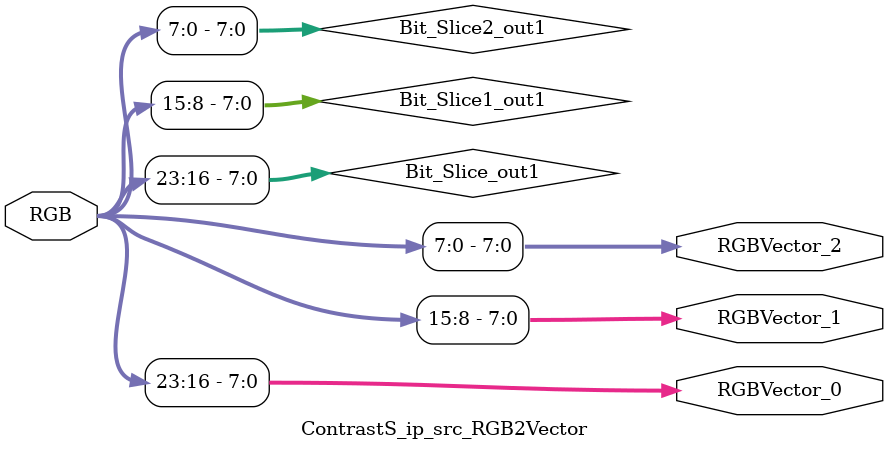
<source format=v>



`timescale 1 ns / 1 ns

module ContrastS_ip_src_RGB2Vector
          (RGB,
           RGBVector_0,
           RGBVector_1,
           RGBVector_2);


  input   [31:0] RGB;  // uint32
  output  [7:0] RGBVector_0;  // uint8
  output  [7:0] RGBVector_1;  // uint8
  output  [7:0] RGBVector_2;  // uint8

  wire [7:0] Bit_Slice_out1;  // uint8
  wire [7:0] Bit_Slice1_out1;  // uint8
  wire [7:0] Bit_Slice2_out1;  // uint8

  // RGB represented in
  // 32'hFFRRGGBB


  assign Bit_Slice_out1 = RGB[23:16];



  assign RGBVector_0 = Bit_Slice_out1;

  assign Bit_Slice1_out1 = RGB[15:8];



  assign RGBVector_1 = Bit_Slice1_out1;

  assign Bit_Slice2_out1 = RGB[7:0];



  assign RGBVector_2 = Bit_Slice2_out1;

endmodule  // ContrastS_ip_src_RGB2Vector


</source>
